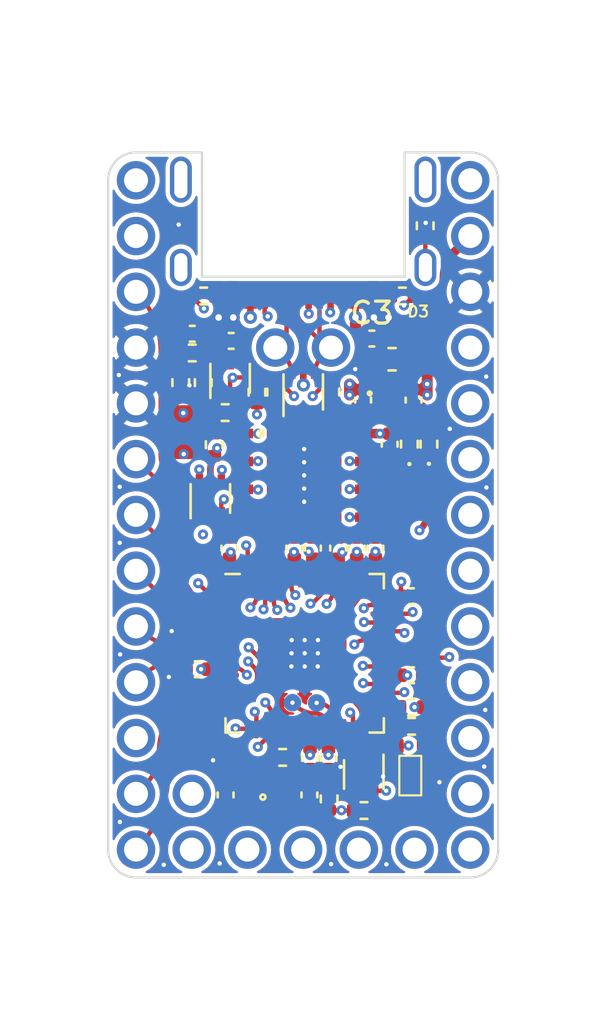
<source format=kicad_pcb>
(kicad_pcb (version 20211014) (generator pcbnew)
  (title_block (title "Helios") (date "2022-09-17") (rev "rev1.0") (company "0xCB") (comment 1 "Conor Burns"))
  (layers (0 "F.Cu" signal) (1 "In1.Cu" signal) (2 "In2.Cu" signal) (31 "B.Cu" signal) (34 "B.Paste" user) (35 "F.Paste" user) (36 "B.SilkS" user "B.Silkscreen") (37 "F.SilkS" user "F.Silkscreen") (38 "B.Mask" user) (39 "F.Mask" user) (44 "Edge.Cuts" user))
  (net 0 "")
  (net 1 "Net-(C1-Pad1)")
  (net 2 "GND")
  (net 3 "+5V")
  (net 4 "+3V3")
  (net 5 "Net-(C7-Pad2)")
  (net 6 "Net-(C8-Pad2)")
  (net 7 "+1V1")
  (net 8 "VBUS")
  (net 9 "Net-(FB1-Pad1)")
  (net 10 "Net-(J1-PadA5)")
  (net 11 "/PORT+")
  (net 12 "/PORT-")
  (net 14 "Net-(J1-PadB5)")
  (net 16 "/10")
  (net 17 "/0_TX0")
  (net 18 "/1_RX0")
  (net 19 "/2_SDA1")
  (net 20 "/3_SCL1")
  (net 21 "/4")
  (net 22 "/5")
  (net 23 "/6")
  (net 24 "/7")
  (net 25 "/8")
  (net 26 "/9")
  (net 27 "/12")
  (net 28 "/13")
  (net 29 "/14")
  (net 30 "/15")
  (net 31 "/16")
  (net 32 "/21_CS")
  (net 33 "/23_SDO")
  (net 34 "/20_SDI")
  (net 35 "/22_SCK")
  (net 36 "/A0")
  (net 37 "/A1")
  (net 38 "/A2")
  (net 39 "/A3")
  (net 40 "/RESET")
  (net 41 "/11")
  (net 42 "/RGB_5V")
  (net 43 "/BOOT")
  (net 44 "/RST")
  (net 45 "Net-(R5-Pad2)")
  (net 46 "/QSPI_CS")
  (net 47 "/USB+")
  (net 48 "/D+")
  (net 49 "/USB-")
  (net 50 "/D-")
  (net 51 "Net-(R14-Pad2)")
  (net 52 "/VBUS_DETECT")
  (net 53 "/SWD_CLK")
  (net 54 "/SWD_IO")
  (net 55 "Net-(D1-Pad1)")
  (net 58 "/RGB_DO")
  (net 59 "/QSPI_SD3")
  (net 60 "/QSPI_CLK")
  (net 61 "/QSPI_SD0")
  (net 62 "/QSPI_SD2")
  (net 63 "/QSPI_SD1")
  (net 64 "Net-(D1-Pad2)")
  (net 65 "Net-(D2-Pad1)")
  (net 66 "/LED")
  (net 67 "Net-(Q1-Pad5)")
  (net 68 "Net-(Q2-Pad6)")
  (net 69 "Net-(D3-Pad2)")
  (net 70 "/RAW")
  (footprint "Package_TO_SOT_SMD:SOT-563" (layer "F.Cu") (at 161.62 161.22 -90)
    (fp_text reference "Q1" hide)
    (fp_text value "2N7002VC-")
  )
  (footprint "Resistor_SMD:R_0402_1005Metric" (layer "F.Cu") (at 153.8 142.025 180)
    (fp_text reference "R5" hide)
    (fp_text value "51K")
  )
  (footprint "Resistor_SMD:R_0402_1005Metric" (layer "F.Cu") (at 160.04 162.33 90)
    (fp_text reference "R3" hide)
    (fp_text value "10k")
  )
  (footprint "Capacitor_SMD:C_0402_1005Metric" (layer "F.Cu") (at 161.99 141.37)
    (fp_text reference "C3")
    (fp_text value "10u")
  )
  (footprint "Package_TO_SOT_SMD:SOT-666" (layer "F.Cu") (at 158.86 143.8 90)
    (fp_text reference "U1" hide)
    (fp_text value "USBLC6-2P6")
  )
  (footprint "Capacitor_SMD:C_0402_1005Metric" (layer "F.Cu") (at 153.8 141.15 180)
    (fp_text reference "C1" hide)
    (fp_text value "4u7")
  )
  (footprint "Package_DFN_QFN:QFN-56-1EP_7x7mm_P0.4mm_EP3.2x3.2mm" (layer "F.Cu") (at 158.925 155.7)
    (fp_text reference "U4" hide)
    (fp_text value "RP2040")
  )
  (footprint "Package_TO_SOT_SMD:SOT-563" (layer "F.Cu") (at 155.525 143.175 90)
    (fp_text reference "Q2" hide)
    (fp_text value "2N7002VC-")
  )
  (footprint "Resistor_SMD:R_0402_1005Metric" (layer "F.Cu") (at 157.92 160.44)
    (fp_text reference "R14" hide)
    (fp_text value "1k")
  )
  (footprint "Capacitor_SMD:C_0402_1005Metric" (layer "F.Cu") (at 163.8 156.7)
    (fp_text reference "C12" hide)
    (fp_text value "100n")
  )
  (footprint "0xcb:SolderJumper-3_P1.3mm_Bridged12_RoundedPad1.0x1.5mm_NumberLabels" (layer "F.Cu") (at 164.49 140.4 180)
    (fp_text reference "JP2" hide)
    (fp_text value "Jumper_3_Bridged12")
  )
  (footprint "Capacitor_SMD:C_0402_1005Metric" (layer "F.Cu") (at 161.3 150.91 -90)
    (fp_text reference "C9" hide)
    (fp_text value "1u")
  )
  (footprint "Resistor_SMD:R_0402_1005Metric" (layer "F.Cu") (at 155.3 144.74)
    (fp_text reference "R9" hide)
    (fp_text value "1K")
  )
  (footprint "Jumper:SolderJumper-2_P1.3mm_Open_TrianglePad1.0x1.5mm" (layer "F.Cu") (at 153.39 145.63 -90)
    (fp_text reference "JP1" hide)
    (fp_text value "SolderJumper_2_Open")
  )
  (footprint "Capacitor_SMD:C_0402_1005Metric" (layer "F.Cu") (at 161.59 144.17 -90)
    (fp_text reference "C5" hide)
    (fp_text value "10u")
  )
  (footprint "Resistor_SMD:R_0402_1005Metric" (layer "F.Cu") (at 163.7 146.1775 90)
    (fp_text reference "R15" hide)
    (fp_text value "1k")
  )
  (footprint "Resistor_SMD:R_0402_1005Metric" (layer "F.Cu") (at 156.75 143.81 90)
    (fp_text reference "R2" hide)
    (fp_text value "10k")
  )
  (footprint "Resistor_SMD:R_0402_1005Metric" (layer "F.Cu") (at 163.8 159.025)
    (fp_text reference "R17" hide)
    (fp_text value "10k")
  )
  (footprint "0xcb:helios" (layer "F.Cu") (at 158.855 150.67)
    (fp_text reference "J2" hide)
    (fp_text value "helios-pinout")
    (fp_line (start 8.89 13.97) (end 8.89 -16.51) (layer "Edge.Cuts") (width 0.1))
    (fp_line (start -7.62 15.24) (end 7.62 15.24) (layer "Edge.Cuts") (width 0.1))
    (fp_line (start -8.89 -16.51) (end -8.89 13.97) (layer "Edge.Cuts") (width 0.1))
    (fp_arc (start -7.62 15.24) (mid -8.518026 14.868026) (end -8.89 13.97) (layer "Edge.Cuts") (width 0.1))
    (fp_arc (start 7.62 -17.78) (mid 8.518026 -17.408026) (end 8.89 -16.51) (layer "Edge.Cuts") (width 0.1))
    (fp_arc (start 8.89 13.97) (mid 8.518026 14.868026) (end 7.62 15.24) (layer "Edge.Cuts") (width 0.1))
    (fp_arc (start -8.89 -16.51) (mid -8.518026 -17.408026) (end -7.62 -17.78) (layer "Edge.Cuts") (width 0.1))
  )
  (footprint "Package_TO_SOT_SMD:SOT-563" (layer "F.Cu") (at 154.625 148.65 90)
    (fp_text reference "U5" hide)
    (fp_text value "74LVC1T45")
  )
  (footprint "kikit:Tab" (layer "F.Cu") (at 152.73 132.36 -90)
    (fp_text reference "REF**" hide)
    (fp_text value "Tab")
  )
  (footprint "Capacitor_SMD:C_0402_1005Metric" (layer "F.Cu") (at 155.49 150.91 90)
    (fp_text reference "C16" hide)
    (fp_text value "100n")
  )
  (footprint "kikit:Tab" (layer "F.Cu") (at 158.9 166.26 90)
    (fp_text reference "REF**" hide)
    (fp_text value "Tab")
  )
  (footprint "Capacitor_SMD:C_0402_1005Metric" (layer "F.Cu") (at 158.45 150.91 90)
    (fp_text reference "C17" hide)
    (fp_text value "100n")
  )
  (footprint "Resistor_SMD:R_0402_1005Metric" (layer "F.Cu") (at 164.59 146.1775 90)
    (fp_text reference "R10" hide)
    (fp_text value "1k")
  )
  (footprint "Diode_SMD:D_0402_1005Metric" (layer "F.Cu") (at 163.7 148.0075 -90)
    (fp_text reference "D2" hide)
    (fp_text value "User LED")
  )
  (footprint "Resistor_SMD:R_0402_1005Metric" (layer "F.Cu") (at 163.38 139.43)
    (fp_text reference "R7" hide)
    (fp_text value "5k1")
  )
  (footprint "Capacitor_SMD:C_0402_1005Metric" (layer "F.Cu") (at 160.01 160.49 -90)
    (fp_text reference "C19" hide)
    (fp_text value "100n")
  )
  (footprint "Resistor_SMD:R_0402_1005Metric" (layer "F.Cu") (at 163.8 158.15 180)
    (fp_text reference "R16" hide)
    (fp_text value "5k1")
  )
  (footprint "Capacitor_SMD:C_0402_1005Metric" (layer "F.Cu") (at 155.32 162.15 -90)
    (fp_text reference "C8" hide)
    (fp_text value "15p")
  )
  (footprint "kikit:Tab" (layer "F.Cu") (at 164.94 132.3 -90)
    (fp_text reference "REF**" hide)
    (fp_text value "Tab")
  )
  (footprint "0xcb:SOD882D" (layer "F.Cu") (at 164.1 141.39)
    (fp_text reference "D3")
    (fp_text value "PMEG2010BELD" hide)
  )
  (footprint "Resistor_SMD:R_0402_1005Metric" (layer "F.Cu") (at 160.12 143.8 90)
    (fp_text reference "R13" hide)
    (fp_text value "27R")
  )
  (footprint "Resistor_SMD:R_0402_1005Metric" (layer "F.Cu") (at 157.6 143.81 90)
    (fp_text reference "R12" hide)
    (fp_text value "27R")
  )
  (footprint "Crystal:Crystal_SMD_2520-4Pin_2.5x2.0mm" (layer "F.Cu") (at 157.22 162.15)
    (fp_text reference "Y1" hide)
    (fp_text value "12MHz")
  )
  (footprint "0xcb:W25Q128JVPIQ" (layer "F.Cu") (at 158.9 147.6)
    (fp_text reference "U3" hide)
    (fp_text value "W25Q128JVPIQ")
  )
  (footprint "Capacitor_SMD:C_0402_1005Metric" (layer "F.Cu") (at 160.45 150.91 -90)
    (fp_text reference "C10" hide)
    (fp_text value "1u")
  )
  (footprint "Diode_SMD:D_0402_1005Metric" (layer "F.Cu") (at 164.59 147.9975 -90)
    (fp_text reference "D1" hide)
    (fp_text value "Power LED")
  )
  (footprint "Capacitor_SMD:C_0402_1005Metric" (layer "F.Cu") (at 155.575 141.475)
    (fp_text reference "C2" hide)
    (fp_text value "10u")
  )
  (footprint "Resistor_SMD:R_0402_1005Metric" (layer "F.Cu") (at 161.63 162.86)
    (fp_text reference "R1" hide)
    (fp_text value "10k")
  )
  (footprint "Capacitor_SMD:C_0402_1005Metric" (layer "F.Cu") (at 162.15 150.91 90)
    (fp_text reference "C18" hide)
    (fp_text value "100n")
  )
  (footprint "0xcb:1.9x2.8mm SW" (layer "F.Cu") (at 163.74 161.27 -90)
    (fp_text reference "SW1" hide)
    (fp_text value "SWITCH")
  )
  (footprint "0xcb:X2SON-4" (layer "F.Cu") (at 162.74 144.165)
    (fp_text reference "U2" hide)
    (fp_text value "TLV75533PDQNR" hide)
  )
  (footprint "Capacitor_SMD:C_0402_1005Metric" (layer "F.Cu") (at 159.14 162.15 90)
    (fp_text reference "C7" hide)
    (fp_text value "15p")
  )
  (footprint "Capacitor_SMD:C_0402_1005Metric" (layer "F.Cu") (at 154.025 156.425 180)
    (fp_text reference "C15" hide)
    (fp_text value "100n")
  )
  (footprint "0xcb:GT-USB-7014C" (layer "F.Cu") (at 158.88 136.78 180)
    (fp_text reference "J1" hide)
    (fp_text value "USB_C_Receptacle_USB2.0")
  )
  (footprint "Capacitor_SMD:C_0402_1005Metric" (layer "F.Cu") (at 159.17 160.49 -90)
    (fp_text reference "C11" hide)
    (fp_text value "100n")
  )
  (footprint "Capacitor_SMD:C_0402_1005Metric" (layer "F.Cu") (at 163.79 153.1)
    (fp_text reference "C13" hide)
    (fp_text value "100n")
  )
  (footprint "Fuse:Fuse_0603_1608Metric" (layer "F.Cu") (at 162.91 142.31)
    (fp_text reference "F1" hide)
    (fp_text value "500mA")
  )
  (footprint "Resistor_SMD:R_0402_1005Metric" (layer "F.Cu") (at 154.8 146.2 90)
    (fp_text reference "R11" hide)
    (fp_text value "10k")
  )
  (footprint "Capacitor_SMD:C_0402_1005Metric" (layer "F.Cu") (at 162.8 146.18 -90)
    (fp_text reference "C6" hide)
    (fp_text value "100n")
  )
  (footprint "Resistor_SMD:R_0402_1005Metric" (layer "F.Cu") (at 154.32 139.43 180)
    (fp_text reference "R8" hide)
    (fp_text value "5k1")
  )
  (footprint "Resistor_SMD:R_0402_1005Metric" (layer "F.Cu") (at 153.275 143.375 -90)
    (fp_text reference "R6" hide)
    (fp_text value "51K")
  )
  (footprint "Capacitor_SMD:C_0402_1005Metric" (layer "F.Cu") (at 163.89 144.17 -90)
    (fp_text reference "C4" hide)
    (fp_text value "10u")
  )
  (footprint "Resistor_SMD:R_0402_1005Metric" (layer "F.Cu") (at 154.3 143.375 90)
    (fp_text reference "R4" hide)
    (fp_text value "51K")
  )
  (footprint "Capacitor_SMD:C_0402_1005Metric" (layer "F.Cu") (at 159.3 150.91 90)
    (fp_text reference "C14" hide)
    (fp_text value "100n")
  )
  (footprint "Resistor_SMD:R_0402_1005Metric" (layer "F.Cu") (at 164.42 136.23 90)
    (fp_text reference "FB1" hide)
    (fp_text value "600R")
  )
  (footprint "0xcb:TestPoint_Pad_D0.8mm" (layer "B.Cu") (at 158.37 157.95 180)
    (fp_text reference "TP1" hide)
    (fp_text value "CLK")
  )
  (footprint "0xcb:TestPoint_Pad_D0.8mm" (layer "B.Cu") (at 159.47 157.96 180)
    (fp_text reference "TP2" hide)
    (fp_text value "DIO")
  )
  (gr_line (start 154.24 132.89) (end 151.235 132.89) (layer "Edge.Cuts") (width 0.1))
  (gr_line (start 154.24 132.89) (end 154.24 138.55) (layer "Edge.Cuts") (width 0.1))
  (gr_line (start 154.24 138.55) (end 163.48 138.55) (layer "Edge.Cuts") (width 0.1))
  (gr_line (start 163.48 138.55) (end 163.48 132.89) (layer "Edge.Cuts") (width 0.1))
  (gr_line (start 163.48 132.89) (end 166.475 132.89) (layer "Edge.Cuts") (width 0.1))
  (segment (start 154.3 142.865) (end 154.3 142.035) (width 0.2) (layer "F.Cu") (net 1))
  (segment (start 155.157397 141.537397) (end 155.095 141.475) (width 0.2) (layer "F.Cu") (net 1))
  (segment (start 154.3 142.035) (end 154.31 142.025) (width 0.2) (layer "F.Cu") (net 1))
  (segment (start 154.31 142.025) (end 154.31 141.18) (width 0.2) (layer "F.Cu") (net 1))
  (segment (start 154.31 141.18) (end 154.28 141.15) (width 0.2) (layer "F.Cu") (net 1))
  (segment (start 154.28 141.15) (end 154.310354 141.15) (width 0.2) (layer "F.Cu") (net 1))
  (arc (start 154.310354 141.15) (mid 154.735012 141.23447) (end 155.095 141.475) (width 0.2) (layer "F.Cu") (net 1))
  (arc (start 155.157397 141.537397) (mid 155.429463 141.944573) (end 155.525 142.425) (width 0.2) (layer "F.Cu") (net 1))
  (segment (start 161.12 161.97) (end 161.12 161.645685) (width 0.2) (layer "F.Cu") (net 2))
  (segment (start 161.967158 161.112842) (end 162.002843 161.077157) (width 0.2) (layer "F.Cu") (net 2))
  (segment (start 161.59 144.65) (end 162.155 144.65) (width 0.5) (layer "F.Cu") (net 2))
  (segment (start 162.155 144.65) (end 162.305 144.5) (width 0.5) (layer "F.Cu") (net 2))
  (segment (start 161.237158 161.362842) (end 161.252843 161.347157) (width 0.2) (layer "F.Cu") (net 2))
  (segment (start 155.800476 150.119524) (end 155.49 150.43) (width 0.3) (layer "F.Cu") (net 2))
  (segment (start 157.896 156.729) (end 158.925 155.7) (width 0.2) (layer "F.Cu") (net 2))
  (segment (start 157.896 159.1085) (end 157.896 156.729) (width 0.2) (layer "F.Cu") (net 2))
  (segment (start 162.12 160.794315) (end 162.12 160.47) (width 0.2) (layer "F.Cu") (net 2))
  (segment (start 161.535685 161.23) (end 161.684315 161.23) (width 0.2) (layer "F.Cu") (net 2))
  (segment (start 157.925 159.1375) (end 157.896 159.1085) (width 0.2) (layer "F.Cu") (net 2))
  (segment (start 162.419142 144.5) (end 162.569571 144.349571) (width 0.5) (layer "F.Cu") (net 2))
  (segment (start 162.305 144.5) (end 162.419142 144.5) (width 0.5) (layer "F.Cu") (net 2))
  (via (at 160.13 165.3) (size 0.46) (drill 0.2) (layers "F.Cu" "B.Cu") (net 2))
  (via (at 150.45 143.03) (size 0.46) (drill 0.2) (layers "F.Cu" "B.Cu") (net 2))
  (via (at 167.16 158.28) (size 0.46) (drill 0.2) (layers "F.Cu" "B.Cu") (net 2))
  (via (at 155.67 140.41) (size 0.6) (drill 0.3) (layers "F.Cu" "B.Cu") (net 2))
  (via (at 167.11 160.86) (size 0.46) (drill 0.2) (layers "F.Cu" "B.Cu") (net 2))
  (via (at 158.32 156.3) (size 0.46) (drill 0.2) (layers "F.Cu" "B.Cu") (net 2))
  (via (at 152.73 156.78) (size 0.46) (drill 0.2) (layers "F.Cu" "B.Cu") (net 2))
  (via (at 164.44 136.1) (size 0.46) (drill 0.2) (layers "F.Cu" "B.Cu") (net 2))
  (via (at 155.05 165.27) (size 0.46) (drill 0.2) (layers "F.Cu" "B.Cu") (net 2))
  (via (at 152.5 165.33) (size 0.46) (drill 0.2) (layers "F.Cu" "B.Cu") (net 2))
  (via (at 165.54 145.48) (size 0.46) (drill 0.2) (layers "F.Cu" "B.Cu") (net 2))
  (via (at 150.49 150.67) (size 0.46) (drill 0.2) (layers "F.Cu" "B.Cu") (net 2))
  (via (at 158.9 147) (size 0.46) (drill 0.2) (layers "F.Cu" "B.Cu") (net 2))
  (via (at 162.5 161.31) (size 0.46) (drill 0.2) (layers "F.Cu" "B.Cu") (net 2))
  (via (at 152.86 154.69) (size 0.46) (drill 0.2) (layers "F.Cu" "B.Cu") (net 2))
  (via (at 153.18 136.18) (size 0.46) (drill 0.2) (layers "F.Cu" "B.Cu") (net 2))
  (via (at 158.9 146.4) (size 0.46) (drill 0.2) (layers "F.Cu" "B.Cu") (net 2))
  (via (at 162.65 165.31) (size 0.46) (drill 0.2) (layers "F.Cu" "B.Cu") (net 2))
  (via (at 162.75 140.41) (size 0.6) (drill 0.3) (layers "F.Cu" "B.Cu") (net 2))
  (via (at 158.9 147.6) (size 0.46) (drill 0.2) (layers "F.Cu" "B.Cu") (net 2))
  (via (at 159.53 155.1) (size 0.46) (drill 0.2) (layers "F.Cu" "B.Cu") (net 2))
  (via (at 158.9 148.8) (size 0.46) (drill 0.2) (layers "F.Cu" "B.Cu") (net 2))
  (via (at 158.9 148.2) (size 0.46) (drill 0.2) (layers "F.Cu" "B.Cu") (net 2))
  (via (at 155 140.41) (size 0.6) (drill 0.3) (layers "F.Cu" "B.Cu") (net 2))
  (via (at 150.51 155.75) (size 0.46) (drill 0.2) (layers "F.Cu" "B.Cu") (net 2))
  (via (at 158.925 156.3) (size 0.46) (drill 0.2) (layers "F.Cu" "B.Cu") (net 2))
  (via (at 153.67 143.5) (size 0.46) (drill 0.2) (layers "F.Cu" "B.Cu") (net 2))
  (via (at 158.33 155.1) (size 0.46) (drill 0.2) (layers "F.Cu" "B.Cu") (net 2))
  (via (at 150.49 148.12) (size 0.46) (drill 0.2) (layers "F.Cu" "B.Cu") (net 2))
  (via (at 167.2 143.1) (size 0.46) (drill 0.2) (layers "F.Cu" "B.Cu") (net 2))
  (via (at 159.525 155.7) (size 0.46) (drill 0.2) (layers "F.Cu" "B.Cu") (net 2))
  (via (at 159.52 156.3) (size 0.46) (drill 0.2) (layers "F.Cu" "B.Cu") (net 2))
  (via (at 160.56 160.87) (size 0.46) (drill 0.2) (layers "F.Cu" "B.Cu") (net 2))
  (via (at 158.925 155.7) (size 0.46) (drill 0.2) (layers "F.Cu" "B.Cu") (net 2))
  (via (at 165.07 161.57) (size 0.46) (drill 0.2) (layers "F.Cu" "B.Cu") (net 2))
  (via (at 150.5 163.38) (size 0.46) (drill 0.2) (layers "F.Cu" "B.Cu") (net 2))
  (via (at 162.08 140.41) (size 0.6) (drill 0.3) (layers "F.Cu" "B.Cu") (net 2))
  (via (at 167.21 148.15) (size 0.46) (drill 0.2) (layers "F.Cu" "B.Cu") (net 2))
  (via (at 158.325 155.7) (size 0.46) (drill 0.2) (layers "F.Cu" "B.Cu") (net 2))
  (via (at 158.925 155.1) (size 0.46) (drill 0.2) (layers "F.Cu" "B.Cu") (net 2))
  (via (at 161.23 142.76) (size 0.46) (drill 0.2) (layers "F.Cu" "B.Cu") (net 2))
  (via (at 154.75 160.57) (size 0.46) (drill 0.2) (layers "F.Cu" "B.Cu") (net 2))
  (arc (start 156.055 149.505) (mid 155.988851 149.837599) (end 155.800476 150.119524) (width 0.3) (layer "F.Cu") (net 2))
  (arc (start 161.967158 161.112842) (mid 161.837389 161.199551) (end 161.684315 161.23) (width 0.2) (layer "F.Cu") (net 2))
  (arc (start 161.252843 161.347157) (mid 161.382612 161.260448) (end 161.535685 161.23) (width 0.2) (layer "F.Cu") (net 2))
  (arc (start 162.002843 161.077157) (mid 162.089552 160.947388) (end 162.12 160.794315) (width 0.2) (layer "F.Cu") (net 2))
  (arc (start 161.237158 161.362842) (mid 161.150449 161.492611) (end 161.12 161.645685) (width 0.2) (layer "F.Cu") (net 2))
  (segment (start 163.279411 144.312746) (end 163.279411 144.017254) (width 0.2) (layer "F.Cu") (net 3))
  (segment (start 164.26 143.69) (end 164.51 143.44) (width 0.5) (layer "F.Cu") (net 3))
  (segment (start 163.175 144.5) (end 163.220833 144.454167) (width 0.2) (layer "F.Cu") (net 3))
  (segment (start 164.26 143.69) (end 164.51 143.94) (width 0.5) (layer "F.Cu") (net 3))
  (segment (start 158.86 143.47) (end 158.87 143.48) (width 0.3) (layer "F.Cu") (net 3))
  (segment (start 164.51 143.94) (end 164.51 143.44) (width 0.5) (layer "F.Cu") (net 3))
  (segment (start 158.86 142.875) (end 158.86 143.47) (width 0.3) (layer "F.Cu") (net 3))
  (segment (start 165.04 140.779997) (end 165.04 140.4) (width 0.4) (layer "F.Cu") (net 3))
  (segment (start 154.12 147.33) (end 154.125 147.335) (width 0.3) (layer "F.Cu") (net 3))
  (segment (start 163.256421 143.748579) (end 163.207193 143.797807) (width 0.5) (layer "F.Cu") (net 3))
  (segment (start 164.51 143.44) (end 164.51 141.31) (width 0.5) (layer "F.Cu") (net 3))
  (segment (start 164.5 141.32) (end 164.5 141.39) (width 0.5) (layer "F.Cu") (net 3))
  (segment (start 163.220832 143.875832) (end 163.175 143.83) (width 0.2) (layer "F.Cu") (net 3))
  (segment (start 164.51 141.31) (end 164.5 141.32) (width 0.5) (layer "F.Cu") (net 3))
  (segment (start 163.89 143.69) (end 163.397887 143.69) (width 0.5) (layer "F.Cu") (net 3))
  (segment (start 163.89 143.69) (end 164.26 143.69) (width 0.5) (layer "F.Cu") (net 3))
  (segment (start 154.125 147.335) (end 154.125 147.9) (width 0.3) (layer "F.Cu") (net 3))
  (via (at 158.87 143.48) (size 0.6) (drill 0.3) (layers "F.Cu" "B.Cu") (net 3))
  (via (at 164.51 143.44) (size 0.46) (drill 0.2) (layers "F.Cu" "B.Cu") (net 3))
  (via (at 164.51 143.94) (size 0.46) (drill 0.2) (layers "F.Cu" "B.Cu") (net 3))
  (via (at 154.12 147.33) (size 0.46) (drill 0.2) (layers "F.Cu" "B.Cu") (net 3))
  (arc (start 163.279411 144.017254) (mid 163.264187 143.940717) (end 163.220832 143.875832) (width 0.2) (layer "F.Cu") (net 3))
  (arc (start 163.279411 144.312746) (mid 163.264187 144.389282) (end 163.220833 144.454167) (width 0.2) (layer "F.Cu") (net 3))
  (arc (start 165.04 140.779997) (mid 164.884766 141.154766) (end 164.51 141.31) (width 0.4) (layer "F.Cu") (net 3))
  (arc (start 163.256421 143.748579) (mid 163.321324 143.705226) (end 163.397887 143.69) (width 0.5) (layer "F.Cu") (net 3))
  (segment (start 163.32 156.7) (end 162.3375 156.7) (width 0.2) (layer "F.Cu") (net 4))
  (segment (start 161.699999 151.840001) (end 162.15 151.39) (width 0.2) (layer "F.Cu") (net 4))
  (segment (start 163.32 156.7) (end 163.6 156.7) (width 0.2) (layer "F.Cu") (net 4))
  (segment (start 159.3 151.26) (end 159.11 151.07) (width 0.2) (layer "F.Cu") (net 4))
  (segment (start 162.223579 143.748579) (end 162.272807 143.797807) (width 0.5) (layer "F.Cu") (net 4))
  (segment (start 154.8 146.887282) (end 154.745179 146.942103) (width 0.3) (layer "F.Cu") (net 4))
  (segment (start 154.8 146.71) (end 154.8 146.887282) (width 0.3) (layer "F.Cu") (net 4))
  (segment (start 155.4875 153.1) (end 155.4875 151.3925) (width 0.2) (layer "F.Cu") (net 4))
  (segment (start 161.183579 151.506421) (end 161.3 151.39) (width 0.2) (layer "F.Cu") (net 4))
  (segment (start 154.505 156.425) (end 154.2 156.425) (width 0.2) (layer "F.Cu") (net 4))
  (segment (start 163.31 152.46) (end 163.31 153.1) (width 0.2) (layer "F.Cu") (net 4))
  (segment (start 161.59 143.69) (end 162.082157 143.69) (width 0.5) (layer "F.Cu") (net 4))
  (segment (start 163.33 152.44) (end 163.31 152.46) (width 0.2) (layer "F.Cu") (net 4))
  (segment (start 156.75 144.32) (end 156.75 144.825) (width 0.2) (layer "F.Cu") (net 4))
  (segment (start 154.125 149.4) (end 154.125 149.208794) (width 0.3) (layer "F.Cu") (net 4))
  (segment (start 162.8 145.7) (end 162.36 145.7) (width 0.2) (layer "F.Cu") (net 4))
  (segment (start 160.05 162.85) (end 160.04 162.84) (width 0.2) (layer "F.Cu") (net 4))
  (segment (start 155.49 151.16) (end 155.49 151.39) (width 0.2) (layer "F.Cu") (net 4))
  (segment (start 162.15 151.39) (end 162.15 151.07) (width 0.2) (layer "F.Cu") (net 4))
  (segment (start 161.3 151.39) (end 161.3 151.08) (width 0.2) (layer "F.Cu") (net 4))
  (segment (start 159.17 160.01) (end 159.17 160.33) (width 0.2) (layer "F.Cu") (net 4))
  (segment (start 154.34336 148.68164) (end 154.356317 148.668683) (width 0.3) (layer "F.Cu") (net 4))
  (segment (start 161.745 145.695) (end 162.355 145.695) (width 0.2) (layer "F.Cu") (net 4))
  (segment (start 161.22 143.69) (end 160.97 143.44) (width 0.5) (layer "F.Cu") (net 4))
  (segment (start 161.59 143.69) (end 161.22 143.69) (width 0.5) (layer "F.Cu") (net 4))
  (segment (start 154.94 146.57) (end 154.94 146.36) (width 0.2) (layer "F.Cu") (net 4))
  (segment (start 159.125 159.965) (end 159.17 160.01) (width 0.2) (layer "F.Cu") (net 4))
  (segment (start 162.355 145.695) (end 162.36 145.7) (width 0.2) (layer "F.Cu") (net 4))
  (segment (start 162.3375 153.1) (end 163.31 153.1) (width 0.2) (layer "F.Cu") (net 4))
  (segment (start 159.525 152.2625) (end 159.525 151.933127) (width 0.2) (layer "F.Cu") (net 4))
  (segment (start 160.61 162.86) (end 161.12 162.86) (width 0.2) (layer "F.Cu") (net 4))
  (segment (start 155.4875 156.7) (end 155.168778 156.7) (width 0.2) (layer "F.Cu") (net 4))
  (segment (start 159.125 159.1375) (end 159.125 159.965) (width 0.2) (layer "F.Cu") (net 4))
  (segment (start 160.6 162.85) (end 160.05 162.85) (width 0.2) (layer "F.Cu") (net 4))
  (segment (start 154.8 146.71) (end 154.94 146.57) (width 0.2) (layer "F.Cu") (net 4))
  (segment (start 160.6 162.85) (end 160.61 162.86) (width 0.2) (layer "F.Cu") (net 4))
  (segment (start 161.125 152.2625) (end 161.125 151.647843) (width 0.2) (layer "F.Cu") (net 4))
  (segment (start 154.625 148.020026) (end 154.625 147.9) (width 0.3) (layer "F.Cu") (net 4))
  (segment (start 155.4875 151.3925) (end 155.49 151.39) (width 0.2) (layer "F.Cu") (net 4))
  (segment (start 154.625 147.306471) (end 154.625 147.9) (width 0.3) (layer "F.Cu") (net 4))
  (segment (start 160.97 143.44) (end 160.97 143.94) (width 0.5) (layer "F.Cu") (net 4))
  (segment (start 159.125 152.2625) (end 159.125 151.812491) (width 0.2) (layer "F.Cu") (net 4))
  (segment (start 161.22 143.69) (end 160.97 143.94) (width 0.5) (layer "F.Cu") (net 4))
  (segment (start 159.3 151.39) (end 159.3 151.26) (width 0.2) (layer "F.Cu") (net 4))
  (segment (start 155.55 151.1) (end 155.49 151.16) (width 0.2) (layer "F.Cu") (net 4))
  (via (at 162.36 145.7) (size 0.46) (drill 0.2) (layers "F.Cu" "B.Cu") (net 4))
  (via (at 153.39 144.76) (size 0.46) (drill 0.2) (layers "F.Cu" "B.Cu") (net 4))
  (via (at 160.97 143.44) (size 0.46) (drill 0.2) (layers "F.Cu" "B.Cu") (net 4))
  (via (at 155.55 151.1) (size 0.46) (drill 0.2) (layers "F.Cu" "B.Cu") (net 4))
  (via (at 161.3 151.08) (size 0.46) (drill 0.2) (layers "F.Cu" "B.Cu") (net 4))
  (via (at 156.75 144.825) (size 0.46) (drill 0.2) (layers "F.Cu" "B.Cu") (net 4))
  (via (at 154.94 146.36) (size 0.46) (drill 0.2) (layers "F.Cu" "B.Cu") (net 4))
  (via (at 159.11 151.07) (size 0.46) (drill 0.2) (layers "F.Cu" "B.Cu") (net 4))
  (via (at 160.97 143.94) (size 0.46) (drill 0.2) (layers "F.Cu" "B.Cu") (net 4))
  (via (at 154.29 150.29) (size 0.46) (drill 0.2) (layers "F.Cu" "B.Cu") (net 4))
  (via (at 154.2 156.425) (size 0.46) (drill 0.2) (layers "F.Cu" "B.Cu") (net 4))
  (via (at 159.17 160.33) (size 0.46) (drill 0.2) (layers "F.Cu" "B.Cu") (net 4))
  (via (at 163.33 152.44) (size 0.46) (drill 0.2) (layers "F.Cu" "B.Cu") (net 4))
  (via (at 160.6 162.85) (size 0.46) (drill 0.2) (layers "F.Cu" "B.Cu") (net 4))
  (via (at 163.6 156.7) (size 0.46) (drill 0.2) (layers "F.Cu" "B.Cu") (net 4))
  (via (at 162.15 151.07) (size 0.46) (drill 0.2) (layers "F.Cu" "B.Cu") (net 4))
  (arc (start 161.125 151.647843) (mid 161.140224 151.571306) (end 161.183579 151.506421) (width 0.2) (layer "F.Cu") (net 4))
  (arc (start 154.505 156.425) (mid 154.809593 156.628553) (end 155.168778 156.7) (width 0.2) (layer "F.Cu") (net 4))
  (arc (start 159.125 151.812491) (mid 159.170482 151.58384) (end 159.3 151.39) (width 0.2) (layer "F.Cu") (net 4))
  (arc (start 162.223579 143.748579) (mid 162.158694 143.705224) (end 162.082157 143.69) (width 0.5) (layer "F.Cu") (net 4))
  (arc (start 154.745179 146.942103) (mid 154.656588 147.11521) (end 154.625 147.306471) (width 0.3) (layer "F.Cu") (net 4))
  (arc (start 154.125 149.208794) (mid 154.18175 148.923499) (end 154.34336 148.68164) (width 0.3) (layer "F.Cu") (net 4))
  (arc (start 154.625 148.020026) (mid 154.555172 148.371077) (end 154.356317 148.668683) (width 0.3) (layer "F.Cu") (net 4))
  (arc (start 159.3 151.39) (mid 159.466536 151.639215) (end 159.525 151.933127) (width 0.2) (layer "F.Cu") (net 4))
  (arc (start 161.525 152.2625) (mid 161.570481 152.033838) (end 161.699999 151.840001) (width 0.2) (layer "F.Cu") (net 4))
  (segment (start 157.92 160.35566) (end 157.92 161.067893) (width 0.2) (layer "F.Cu") (net 5))
  (segment (start 158.066447 161.421447) (end 158.095 161.45) (width 0.2) (layer "F.Cu") (net 5))
  (segment (start 159.14 161.67) (end 158.315 161.67) (width 0.2) (layer "F.Cu") (net 5))
  (segment (start 158.325 159.1375) (end 158.325 159.377893) (width 0.2) (layer "F.Cu") (net 5))
  (segment (start 158.315 161.67) (end 158.095 161.45) (width 0.2) (layer "F.Cu") (net 5))
  (arc (start 158.325 159.377893) (mid 158.28694 159.569235) (end 158.178553 159.731447) (width 0.2) (layer "F.Cu") (net 5))
  (arc (start 157.92 160.35566) (mid 157.987198 160.017836) (end 158.178553 159.731447) (width 0.2) (layer "F.Cu") (net 5))
  (arc (start 157.92 161.067893) (mid 157.95806 161.259235) (end 158.066447 161.421447) (width 0.2) (layer "F.Cu") (net 5))
  (segment (start 156.42 162.85) (end 156.860717 162.409283) (width 0.2) (layer "F.Cu") (net 6))
  (segment (start 156.125 162.63) (end 156.345 162.85) (width 0.2) (layer "F.Cu") (net 6))
  (segment (start 156.345 162.85) (end 156.42 162.85) (width 0.2) (layer "F.Cu") (net 6))
  (segment (start 157.24 161.493612) (end 157.24 160.817107) (width 0.2) (layer "F.Cu") (net 6))
  (segment (start 157.386447 160.463553) (end 157.41 160.44) (width 0.2) (layer "F.Cu") (net 6))
  (segment (start 155.32 162.63) (end 156.125 162.63) (width 0.2) (layer "F.Cu") (net 6))
  (arc (start 156.860717 162.409283) (mid 157.141428 161.98917) (end 157.24 161.493612) (width 0.2) (layer "F.Cu") (net 6))
  (arc (start 157.386447 160.463553) (mid 157.27806 160.625765) (end 157.24 160.817107) (width 0.2) (layer "F.Cu") (net 6))
  (segment (start 160.01 160.01) (end 160.006447 160.01) (width 0.2) (layer "F.Cu") (net 7))
  (segment (start 158.45 151.1) (end 158.44 151.09) (width 0.2) (layer "F.Cu") (net 7))
  (segment (start 160.45 151.29) (end 160.64 151.1) (width 0.2) (layer "F.Cu") (net 7))
  (segment (start 160.45 151.39) (end 160.45 151.29) (width 0.2) (layer "F.Cu") (net 7))
  (segment (start 160.725 152.2625) (end 160.725 152.053883) (width 0.2) (layer "F.Cu") (net 7))
  (segment (start 160.006447 160.01) (end 159.525 159.528553) (width 0.2) (layer "F.Cu") (net 7))
  (segment (start 159.525 159.528553) (end 159.525 159.1375) (width 0.2) (layer "F.Cu") (net 7))
  (segment (start 160.01 160.01) (end 160.01 160.33) (width 0.2) (layer "F.Cu") (net 7))
  (segment (start 158.725 152.2625) (end 158.725 152.053808) (width 0.2) (layer "F.Cu") (net 7))
  (segment (start 158.45 151.39) (end 158.45 151.1) (width 0.2) (layer "F.Cu") (net 7))
  (via (at 158.44 151.09) (size 0.46) (drill 0.2) (layers "F.Cu" "B.Cu") (net 7))
  (via (at 160.01 160.33) (size 0.46) (drill 0.2) (layers "F.Cu" "B.Cu") (net 7))
  (via (at 160.64 151.1) (size 0.46) (drill 0.2) (layers "F.Cu" "B.Cu") (net 7))
  (arc (start 158.45 151.39) (mid 158.653547 151.694596) (end 158.725 152.053808) (width 0.2) (layer "F.Cu") (net 7))
  (arc (start 160.725 152.053883) (mid 160.653535 151.694603) (end 160.45 151.39) (width 0.2) (layer "F.Cu") (net 7))
  (segment (start 163.579144 140.559815) (end 163.241137 140.897822) (width 0.4) (layer "F.Cu") (net 8))
  (segment (start 161.24 140.4) (end 161.25 140.39) (width 0.3) (layer "F.Cu") (net 8))
  (segment (start 156.45 140.4) (end 156.45 139.4275) (width 0.3) (layer "F.Cu") (net 8))
  (segment (start 161.25 140.39) (end 161.25 139.4275) (width 0.3) (layer "F.Cu") (net 8))
  (segment (start 162.364613 142.31) (end 162.1225 142.31) (width 0.4) (layer "F.Cu") (net 8))
  (segment (start 161.24 140.718194) (end 161.24 140.4) (width 0.5) (layer "F.Cu") (net 8))
  (segment (start 161.822843 142.010343) (end 162.1225 142.31) (width 0.5) (layer "F.Cu") (net 8))
  (segment (start 163.93 158.15) (end 164.31 158.15) (width 0.2) (layer "F.Cu") (net 8))
  (segment (start 162.910267 141.88861) (end 162.576745 142.222132) (width 0.4) (layer "F.Cu") (net 8))
  (segment (start 163.09 141.262699) (end 163.09 141.454697) (width 0.4) (layer "F.Cu") (net 8))
  (segment (start 161.531597 141.391597) (end 161.531597 141.401613) (width 0.5) (layer "F.Cu") (net 8))
  (segment (start 161.51 141.37) (end 161.531597 141.391597) (width 0.5) (layer "F.Cu") (net 8))
  (via (at 163.93 158.15) (size 0.46) (drill 0.2) (layers "F.Cu" "B.Cu") (net 8))
  (via (at 161.24 140.4) (size 0.6) (drill 0.3) (layers "F.Cu" "B.Cu") (net 8))
  (via (at 156.45 140.4) (size 0.6) (drill 0.3) (layers "F.Cu" "B.Cu") (net 8))
  (arc (start 162.364613 142.31) (mid 162.479418 142.287164) (end 162.576745 142.222132) (width 0.4) (layer "F.Cu") (net 8))
  (arc (start 163.579144 140.559815) (mid 163.756163 140.441535) (end 163.965 140.4) (width 0.4) (layer "F.Cu") (net 8))
  (arc (start 163.09 141.454697) (mid 163.043289 141.689529) (end 162.910267 141.88861) (width 0.4) (layer "F.Cu") (net 8))
  (arc (start 161.24 140.718194) (mid 161.310165 141.070937) (end 161.51 141.37) (width 0.5) (layer "F.Cu") (net 8))
  (arc (start 161.531597 141.401613) (mid 161.625988 141.73081) (end 161.822843 142.010343) (width 0.5) (layer "F.Cu") (net 8))
  (arc (start 163.241137 140.897822) (mid 163.129279 141.065229) (end 163.09 141.262699) (width 0.4) (layer "F.Cu") (net 8))
  (segment (start 164.425 136.745) (end 164.425 138.1275) (width 0.2) (layer "F.Cu") (net 9))
  (segment (start 164.42 136.74) (end 164.425 136.745) (width 0.2) (layer "F.Cu") (net 9))
  (segment (start 160.1 140.17) (end 160.09 140.18) (width 0.2) (layer "F.Cu") (net 10))
  (segment (start 160.1 139.4275) (end 160.1 140.17) (width 0.2) (layer "F.Cu") (net 10))
  (segment (start 163.45 139.86) (end 163.46 139.86) (width 0.2) (layer "F.Cu") (net 10))
  (segment (start 163.46 139.86) (end 163.89 139.43) (width 0.2) (layer "F.Cu") (net 10))
  (via (at 163.45 139.86) (size 0.46) (drill 0.2) (layers "F.Cu" "B.Cu") (net 10))
  (via (at 160.09 140.18) (size 0.46) (drill 0.2) (layers "F.Cu" "B.Cu") (net 10))
  (segment (start 159.1 140.23) (end 159.1 139.4275) (width 0.2) (layer "F.Cu") (net 11))
  (segment (start 158.1 141.265) (end 157.585 141.78) (width 0.2) (layer "F.Cu") (net 11))
  (segment (start 158.3225 142.95) (end 158.3225 142.931714) (width 0.2) (layer "F.Cu") (net 11))
  (segment (start 159.11 140.24) (end 159.1 140.23) (width 0.2) (layer "F.Cu") (net 11))
  (segment (start 158.029625 142.224625) (end 157.585 141.78) (width 0.2) (layer "F.Cu") (net 11))
  (segment (start 158.1 139.4275) (end 158.1 141.265) (width 0.2) (layer "F.Cu") (net 11))
  (via (at 159.11 140.24) (size 0.46) (drill 0.2) (layers "F.Cu" "B.Cu") (net 11))
  (arc (start 158.029625 142.224625) (mid 158.246388 142.549036) (end 158.3225 142.931714) (width 0.2) (layer "F.Cu") (net 11))
  (segment (start 159.690319 142.214681) (end 160.125 141.78) (width 0.2) (layer "F.Cu") (net 12))
  (segment (start 159.6 141.255) (end 160.125 141.78) (width 0.2) (layer "F.Cu") (net 12))
  (segment (start 159.6 139.4275) (end 159.6 141.255) (width 0.2) (layer "F.Cu") (net 12))
  (segment (start 158.6 139.4275) (end 158.6 140.232893) (width 0.2) (layer "F.Cu") (net 12))
  (segment (start 159.94 141.78) (end 160.125 141.78) (width 0.2) (layer "F.Cu") (net 12))
  (segment (start 159.3975 142.95) (end 159.3975 142.921714) (width 0.2) (layer "F.Cu") (net 12))
  (segment (start 158.746447 140.586447) (end 159.94 141.78) (width 0.2) (layer "F.Cu") (net 12))
  (arc (start 158.6 140.232893) (mid 158.63806 140.424235) (end 158.746447 140.586447) (width 0.2) (layer "F.Cu") (net 12))
  (arc (start 159.3975 142.921714) (mid 159.473598 142.539027) (end 159.690319 142.214681) (width 0.2) (layer "F.Cu") (net 12))
  (segment (start 153.81 139.48) (end 153.81 139.43) (width 0.2) (layer "F.Cu") (net 14))
  (segment (start 154.33 140) (end 153.81 139.48) (width 0.2) (layer "F.Cu") (net 14))
  (segment (start 157.24 140.36) (end 157.1 140.22) (width 0.2) (layer "F.Cu") (net 14))
  (segment (start 157.1 140.22) (end 157.1 139.4275) (width 0.2) (layer "F.Cu") (net 14))
  (via (at 154.33 140) (size 0.46) (drill 0.2) (layers "F.Cu" "B.Cu") (net 14))
  (via (at 157.24 140.36) (size 0.46) (drill 0.2) (layers "F.Cu" "B.Cu") (net 14))
  (segment (start 156.565966 157.212587) (end 155.996941 157.781612) (width 0.2) (layer "F.Cu") (net 16))
  (segment (start 156.35 156.07) (end 156.586896 156.306896) (width 0.2) (layer "F.Cu") (net 16))
  (segment (start 155.711126 157.9) (end 155.4875 157.9) (width 0.2) (layer "F.Cu") (net 16))
  (via (at 156.35 156.07) (size 0.46) (drill 0.2) (layers "F.Cu" "B.Cu") (net 16))
  (arc (start 155.996941 157.781612) (mid 155.865808 157.869232) (end 155.711126 157.9) (width 0.2) (layer "F.Cu") (net 16))
  (arc (start 156.586896 156.306896) (mid 156.717982 156.503086) (end 156.764004 156.734508) (width 0.2) (layer "F.Cu") (net 16))
  (arc (start 156.565966 157.212587) (mid 156.712528 156.993248) (end 156.764004 156.734508) (width 0.2) (layer "F.Cu") (net 16))
  (segment (start 155.4875 153.5) (end 155.436784 153.5) (width 0.2) (layer "F.Cu") (net 17))
  (segment (start 154.07 152.51) (end 154.793575 153.233575) (width 0.2) (layer "F.Cu") (net 17))
  (via (at 154.07 152.51) (size 0.46) (drill 0.2) (layers "F.Cu" "B.Cu") (net 17))
  (arc (start 154.793575 153.233575) (mid 155.088682 153.430759) (end 155.436784 153.5) (width 0.2) (layer "F.Cu") (net 17))
  (segment (start 152.792087 147.702087) (end 152.875786 147.785786) (width 0.2) (layer "F.Cu") (net 18))
  (segment (start 154.022071 153.222071) (end 154.143138 153.343138) (width 0.2) (layer "F.Cu") (net 18))
  (segment (start 153.25 148.689218) (end 153.25 151.358126) (width 0.2) (layer "F.Cu") (net 18))
  (segment (start 152.36 141.95602) (end 152.36 146.658936) (width 0.2) (layer "F.Cu") (net 18))
  (arc (start 153.25 148.689218) (mid 153.152745 148.200284) (end 152.875786 147.785786) (width 0.2) (layer "F.Cu") (net 18))
  (arc (start 153.25 151.358126) (mid 153.450655 152.366886) (end 154.022071 153.222071) (width 0.2) (layer "F.Cu") (net 18))
  (arc (start 152.792087 147.702087) (mid 152.472296 147.223485) (end 152.36 146.658936) (width 0.2) (layer "F.Cu") (net 18))
  (arc (start 152.36 141.95602) (mid 152.067616 140.486108) (end 151.235 139.24) (width 0.2) (layer "F.Cu") (net 18))
  (arc (start 155.4875 153.9) (mid 154.759946 153.755276) (end 154.143138 153.343138) (width 0.2) (layer "F.Cu") (net 18))
  (segment (start 153.79348 153.49348) (end 153.972505 153.672505) (width 0.2) (layer "F.Cu") (net 19))
  (segment (start 151.235 146.86) (end 152.37187 147.99687) (width 0.2) (layer "F.Cu") (net 19))
  (segment (start 152.85 149.151179) (end 152.85 151.215718) (width 0.2) (layer "F.Cu") (net 19))
  (arc (start 152.85 149.151179) (mid 152.725738 148.526472) (end 152.37187 147.99687) (width 0.2) (layer "F.Cu") (net 19))
  (arc (start 153.972505 153.672505) (mid 154.66755 154.136919) (end 155.4875 154.3) (width 0.2) (layer "F.Cu") (net 19))
  (arc (start 152.85 151.215718) (mid 153.095202 152.448434) (end 153.79348 153.49348) (width 0.2) (layer "F.Cu") (net 19))
  (segment (start 152.072018 150.237018) (end 151.235 149.4) (width 0.2) (layer "F.Cu") (net 20))
  (segment (start 153.827363 154.012363) (end 153.500308 153.685308) (width 0.2) (layer "F.Cu") (net 20))
  (arc (start 152.43 151.101354) (mid 152.708164 152.49978) (end 153.500308 153.685308) (width 0.2) (layer "F.Cu") (net 20))
  (arc (start 152.072018 150.237018) (mid 152.336963 150.633536) (end 152.43 151.101354) (width 0.2) (layer "F.Cu") (net 20))
  (arc (start 155.4875 154.7) (mid 154.589024 154.521289) (end 153.827363 154.012363) (width 0.2) (layer "F.Cu") (net 20))
  (segment (start 153.622518 154.327518) (end 151.235 151.94) (width 0.2) (layer "F.Cu") (net 21))
  (arc (start 153.622518 154.327518) (mid 154.478158 154.899238) (end 155.4875 155.1) (width 0.2) (layer "F.Cu") (net 21))
  (segment (start 155.4875 155.5) (end 153.697432 155.5) (width 0.2) (layer "F.Cu") (net 22))
  (arc (start 151.235 154.48) (mid 152.364798 155.234922) (end 153.697432 155.5) (width 0.2) (layer "F.Cu") (net 22))
  (segment (start 155.4875 155.9) (end 153.646599 155.9) (width 0.2) (layer "F.Cu") (net 23))
  (segment (start 151.235 157.02) (end 151.441647 156.813345) (width 0.2) (layer "F.Cu") (net 23))
  (arc (start 153.646599 155.9) (mid 152.453283 156.137371) (end 151.441647 156.813345) (width 0.2) (layer "F.Cu") (net 23))
  (segment (start 155.4875 156.3) (end 155.520396 156.3) (width 0.2) (layer "F.Cu") (net 24))
  (segment (start 156.185492 156.575492) (end 156.29 156.68) (width 0.2) (layer "F.Cu") (net 24))
  (via (at 156.29 156.68) (size 0.46) (drill 0.2) (layers "F.Cu" "B.Cu") (net 24))
  (arc (start 155.520396 156.3) (mid 155.880343 156.371598) (end 156.185492 156.575492) (width 0.2) (layer "F.Cu") (net 24))
  (segment (start 155.4875 157.1) (end 155.103588 157.1) (width 0.2) (layer "F.Cu") (net 25))
  (segment (start 153.239285 157.910715) (end 153.305002 157.844998) (width 0.2) (layer "F.Cu") (net 25))
  (segment (start 151.235 162.1) (end 151.694214 161.640786) (width 0.2) (layer "F.Cu") (net 25))
  (arc (start 155.103588 157.1) (mid 154.1302 157.293619) (end 153.305002 157.844998) (width 0.2) (layer "F.Cu") (net 25))
  (arc (start 151.694214 161.640786) (mid 152.127759 160.99194) (end 152.28 160.226573) (width 0.2) (layer "F.Cu") (net 25))
  (arc (start 152.28 160.226573) (mid 152.52931 158.973267) (end 153.239285 157.910715) (width 0.2) (layer "F.Cu") (net 25))
  (segment (start 152.72 160.282123) (end 152.72 161.054909) (width 0.2) (layer "F.Cu") (net 26))
  (segment (start 155.4875 157.5) (end 155.127518 157.5) (width 0.2) (layer "F.Cu") (net 26))
  (arc (start 152.72 160.282123) (mid 152.951942 159.116072) (end 153.612431 158.127569) (width 0.2) (layer "F.Cu") (net 26))
  (arc (start 155.127518 157.5) (mid 154.307559 157.6631) (end 153.612431 158.127569) (width 0.2) (layer "F.Cu") (net 26))
  (arc (start 151.235 164.64) (mid 152.334064 162.99514) (end 152.72 161.054909) (width 0.2) (layer "F.Cu") (net 26))
  (segment (start 155.7875 159.1375) (end 155.775 159.125) (width 0.2) (layer "F.Cu") (net 27))
  (segment (start 156.325 159.1375) (end 155.7875 159.1375) (width 0.2) (layer "F.Cu") (net 27))
  (via (at 155.775 159.125) (size 0.46) (drill 0.2) (layers "F.Cu" "B.Cu") (net 27))
  (segment (start 156.725 159.1375) (end 156.725 158.435) (width 0.2) (layer "F.Cu") (net 28))
  (segment (start 156.725 158.435) (end 156.65 158.36) (width 0.2) (layer "F.Cu") (net 28))
  (via (at 156.65 158.36) (size 0.46) (drill 0.2) (layers "F.Cu" "B.Cu") (net 28))
  (segment (start 156.79 159.96) (end 157.125 159.625) (width 0.2) (layer "F.Cu") (net 29))
  (segment (start 157.125 159.625) (end 157.125 159.1375) (width 0.2) (layer "F.Cu") (net 29))
  (via (at 156.79 159.96) (size 0.46) (drill 0.2) (layers "F.Cu" "B.Cu") (net 29))
  (segment (start 157.525 158.893541) (end 157.525 159.1375) (width 0.2) (layer "F.Cu") (net 30))
  (via (at 157.13 157.94) (size 0.46) (drill 0.2) (layers "F.Cu" "B.Cu") (net 30))
  (arc (start 157.13 157.94) (mid 157.422356 158.377516) (end 157.525 158.893541) (width 0.2) (layer "F.Cu") (net 30))
  (segment (start 161.125 159.1375) (end 161.125 158.525) (width 0.2) (layer "F.Cu") (net 31))
  (segment (start 161.125 158.525) (end 161 158.4) (width 0.2) (layer "F.Cu") (net 31))
  (via (at 161 158.4) (size 0.46) (drill 0.2) (layers "F.Cu" "B.Cu") (net 31))
  (segment (start 161.59 157.06) (end 161.63 157.1) (width 0.2) (layer "F.Cu") (net 32))
  (segment (start 161.63 157.1) (end 162.3625 157.1) (width 0.2) (layer "F.Cu") (net 32))
  (via (at 161.59 157.06) (size 0.46) (drill 0.2) (layers "F.Cu" "B.Cu") (net 32))
  (segment (start 162.3625 155.9) (end 165.49 155.9) (width 0.2) (layer "F.Cu") (net 33))
  (segment (start 165.49 155.9) (end 165.52 155.87) (width 0.2) (layer "F.Cu") (net 33))
  (via (at 165.52 155.87) (size 0.46) (drill 0.2) (layers "F.Cu" "B.Cu") (net 33))
  (segment (start 163.44 157.5) (end 163.47 157.47) (width 0.2) (layer "F.Cu") (net 34))
  (segment (start 162.3625 157.5) (end 163.44 157.5) (width 0.2) (layer "F.Cu") (net 34))
  (via (at 163.47 157.47) (size 0.46) (drill 0.2) (layers "F.Cu" "B.Cu") (net 34))
  (segment (start 162.3625 156.3) (end 161.61 156.3) (width 0.2) (layer "F.Cu") (net 35))
  (segment (start 161.61 156.3) (end 161.58 156.27) (width 0.2) (layer "F.Cu") (net 35))
  (via (at 161.58 156.27) (size 0.46) (drill 0.2) (layers "F.Cu" "B.Cu") (net 35))
  (segment (start 163.4 154.7) (end 162.3625 154.7) (width 0.2) (layer "F.Cu") (net 36))
  (segment (start 163.475 154.775) (end 163.4 154.7) (width 0.2) (layer "F.Cu") (net 36))
  (via (at 163.475 154.775) (size 0.46) (drill 0.2) (layers "F.Cu" "B.Cu") (net 36))
  (segment (start 161.63 154.28) (end 161.65 154.3) (width 0.2) (layer "F.Cu") (net 37))
  (segment (start 161.65 154.3) (end 162.3625 154.3) (width 0.2) (layer "F.Cu") (net 37))
  (via (at 161.63 154.28) (size 0.46) (drill 0.2) (layers "F.Cu" "B.Cu") (net 37))
  (segment (start 163.77 153.9) (end 162.3625 153.9) (width 0.2) (layer "F.Cu") (net 38))
  (segment (start 163.85 153.82) (end 163.77 153.9) (width 0.2) (layer "F.Cu") (net 38))
  (via (at 163.85 153.82) (size 0.46) (drill 0.2) (layers "F.Cu" "B.Cu") (net 38))
  (segment (start 161.623553 153.646447) (end 161.62 153.65) (width 0.2) (layer "F.Cu") (net 39))
  (segment (start 162.3625 153.5) (end 161.977081 153.5) (width 0.2) (layer "F.Cu") (net 39))
  (via (at 161.62 153.65) (size 0.46) (drill 0.2) (layers "F.Cu" "B.Cu") (net 39))
  (arc (start 161.977081 153.5) (mid 161.785763 153.538055) (end 161.623553 153.646447) (width 0.2) (layer "F.Cu") (net 39))
  (segment (start 163.165 162.62) (end 163.165 159.92) (width 0.2) (layer "F.Cu") (net 40))
  (segment (start 163.64 159.92) (end 163.66 159.9) (width 0.2) (layer "F.Cu") (net 40))
  (segment (start 162.14 162.86) (end 162.925 162.86) (width 0.2) (layer "F.Cu") (net 40))
  (segment (start 162.925 162.86) (end 163.165 162.62) (width 0.2) (layer "F.Cu") (net 40))
  (segment (start 161.62 160.47) (end 161.62 160.238392) (width 0.2) (layer "F.Cu") (net 40))
  (segment (start 163.165 159.92) (end 161.938392 159.92) (width 0.2) (layer "F.Cu") (net 40))
  (segment (start 163.165 159.92) (end 163.64 159.92) (width 0.2) (layer "F.Cu") (net 40))
  (via (at 163.66 159.9) (size 0.46) (drill 0.2) (layers "F.Cu" "B.Cu") (net 40))
  (arc (start 161.62 160.238392) (mid 161.713255 160.013255) (end 161.938392 159.92) (width 0.2) (layer "F.Cu") (net 40))
  (segment (start 157.064 156.713693) (end 157.064 156.71471) (width 0.2) (layer "F.Cu") (net 41))
  (segment (start 157.064 156.713693) (end 157.064 156.615311) (width 0.2) (layer "F.Cu") (net 41))
  (segment (start 155.4875 158.3) (end 155.50687 158.3) (width 0.2) (layer "F.Cu") (net 41))
  (segment (start 156.709277 155.758939) (end 156.380338 155.43) (width 0.2) (layer "F.Cu") (net 41))
  (segment (start 156.380338 155.43) (end 156.37 155.43) (width 0.2) (layer "F.Cu") (net 41))
  (segment (start 155.50687 158.3) (end 155.572674 158.300002) (width 0.2) (layer "F.Cu") (net 41))
  (segment (start 157.064 156.71471) (end 157.064 156.746558) (width 0.2) (layer "F.Cu") (net 41))
  (segment (start 156.136243 158.066574) (end 156.786624 157.416193) (width 0.2) (layer "F.Cu") (net 41))
  (via (at 156.37 155.43) (size 0.46) (drill 0.2) (layers "F.Cu" "B.Cu") (net 41))
  (arc (start 156.136243 158.066574) (mid 155.877675 158.23934) (end 155.572674 158.300002) (width 0.2) (layer "F.Cu") (net 41))
  (arc (start 157.064 156.615311) (mid 156.971809 156.151846) (end 156.709277 155.758939) (width 0.2) (layer "F.Cu") (net 41))
  (arc (start 156.786624 157.416193) (mid 156.99191 157.108962) (end 157.064 156.746558) (width 0.2) (layer "F.Cu") (net 41))
  (segment (start 155.125 147.9) (end 155.125 147.375) (width 0.2) (layer "F.Cu") (net 42))
  (segment (start 155.125 147.375) (end 155.15 147.35) (width 0.2) (layer "F.Cu") (net 42))
  (via (at 155.15 147.35) (size 0.46) (drill 0.2) (layers "F.Cu" "B.Cu") (net 42))
  (segment (start 156.025 143.925) (end 156.025 144.221007) (width 0.2) (layer "F.Cu") (net 43))
  (arc (start 156.025 144.221007) (mid 155.969135 144.50186) (end 155.81 144.74) (width 0.2) (layer "F.Cu") (net 43))
  (segment (start 160.725 159.1375) (end 160.725 159.516455) (width 0.2) (layer "F.Cu") (net 44))
  (segment (start 160.397496 161.702842) (end 161.002843 161.097495) (width 0.2) (layer "F.Cu") (net 44))
  (segment (start 160.04 161.82) (end 160.114653 161.82) (width 0.2) (layer "F.Cu") (net 44))
  (segment (start 161.12 160.814653) (end 161.12 160.47) (width 0.2) (layer "F.Cu") (net 44))
  (arc (start 160.114653 161.82) (mid 160.267727 161.789552) (end 160.397496 161.702842) (width 0.2) (layer "F.Cu") (net 44))
  (arc (start 161.12 160.47) (mid 160.827645 160.032484) (end 160.725 159.516455) (width 0.2) (layer "F.Cu") (net 44))
  (arc (start 161.12 160.814653) (mid 161.089552 160.967726) (end 161.002843 161.097495) (width 0.2) (layer "F.Cu") (net 44))
  (segment (start 153.29 142.85) (end 153.275 142.865) (width 0.2) (layer "F.Cu") (net 45))
  (segment (start 153.29 142.025) (end 153.29 142.85) (width 0.2) (layer "F.Cu") (net 45))
  (segment (start 156.05 145.69) (end 156.055 145.695) (width 0.2) (layer "F.Cu") (net 46))
  (segment (start 156.055 145.695) (end 156.795 145.695) (width 0.2) (layer "F.Cu") (net 46))
  (segment (start 156.26 150.79) (end 156.325 150.855) (width 0.2) (layer "F.Cu") (net 46))
  (segment (start 156.325 150.855) (end 156.325 152.2375) (width 0.2) (layer "F.Cu") (net 46))
  (segment (start 154.8 145.69) (end 154.8 144.75) (width 0.2) (layer "F.Cu") (net 46))
  (segment (start 154.8 144.75) (end 154.79 144.74) (width 0.2) (layer "F.Cu") (net 46))
  (segment (start 156.795 145.695) (end 156.8 145.7) (width 0.2) (layer "F.Cu") (net 46))
  (segment (start 154.8 145.69) (end 156.05 145.69) (width 0.2) (layer "F.Cu") (net 46))
  (via (at 156.8 145.7) (size 0.46) (drill 0.2) (layers "F.Cu" "B.Cu") (net 46))
  (via (at 156.26 150.79) (size 0.46) (drill 0.2) (layers "F.Cu" "B.Cu") (net 46))
  (segment (start 157.652416 144.372416) (end 157.6 144.32) (width 0.2) (layer "F.Cu") (net 47))
  (arc (start 158.3225 144.65) (mid 157.959883 144.577858) (end 157.652416 144.372416) (width 0.2) (layer "F.Cu") (net 47))
  (segment (start 159.264662 153.44) (end 159.559339 153.145323) (width 0.2) (layer "F.Cu") (net 48))
  (segment (start 157.75 143.3) (end 158.44 143.99) (width 0.2) (layer "F.Cu") (net 48))
  (segment (start 159.19 153.44) (end 159.264662 153.44) (width 0.2) (layer "F.Cu") (net 48))
  (segment (start 157.6 143.3) (end 157.75 143.3) (width 0.2) (layer "F.Cu") (net 48))
  (via (at 159.19 153.44) (size 0.46) (drill 0.2) (layers "F.Cu" "B.Cu") (net 48))
  (via (at 158.44 143.99) (size 0.46) (drill 0.2) (layers "F.Cu" "B.Cu") (net 48))
  (arc (start 159.559339 153.145323) (mid 159.829968 152.740298) (end 159.925 152.2625) (width 0.2) (layer "F.Cu") (net 48))
  (segment (start 160.050472 144.379528) (end 160.12 144.31) (width 0.2) (layer "F.Cu") (net 49))
  (arc (start 159.3975 144.65) (mid 159.750884 144.579707) (end 160.050472 144.379528) (width 0.2) (layer "F.Cu") (net 49))
  (segment (start 159.99 143.29) (end 159.29 143.99) (width 0.2) (layer "F.Cu") (net 50))
  (segment (start 160.12 143.29) (end 159.99 143.29) (width 0.2) (layer "F.Cu") (net 50))
  (segment (start 160.325 152.484428) (end 160.325 152.2625) (width 0.2) (layer "F.Cu") (net 50))
  (via (at 159.29 143.99) (size 0.46) (drill 0.2) (layers "F.Cu" "B.Cu") (net 50))
  (via (at 159.925 153.45) (size 0.46) (drill 0.2) (layers "F.Cu" "B.Cu") (net 50))
  (arc (start 159.925 153.45) (mid 160.221063 153.006949) (end 160.325 152.484428) (width 0.2) (layer "F.Cu") (net 50))
  (segment (start 158.578553 159.755711) (end 158.576446 159.757818) (width 0.2) (layer "F.Cu") (net 51))
  (segment (start 158.43 160.111371) (end 158.43 160.44) (width 0.2) (layer "F.Cu") (net 51))
  (segment (start 158.725 159.1375) (end 158.725 159.402157) (width 0.2) (layer "F.Cu") (net 51))
  (arc (start 158.576446 159.757818) (mid 158.46806 159.92003) (end 158.43 160.111371) (width 0.2) (layer "F.Cu") (net 51))
  (arc (start 158.578553 159.755711) (mid 158.68694 159.593499) (end 158.725 159.402157) (width 0.2) (layer "F.Cu") (net 51))
  (segment (start 163.29 159.025) (end 163.29 158.15) (width 0.3) (layer "F.Cu") (net 52))
  (segment (start 162.3375 157.9) (end 162.686522 157.9) (width 0.2) (layer "F.Cu") (net 52))
  (arc (start 163.29 158.15) (mid 163.013093 157.964959) (end 162.686522 157.9) (width 0.2) (layer "F.Cu") (net 52))
  (segment (start 158.46047 158.04047) (end 158.37 157.95) (width 0.2) (layer "F.Cu") (net 53))
  (segment (start 159.925 159.1375) (end 159.925 158.94) (width 0.2) (layer "F.Cu") (net 53))
  (via (at 158.37 157.95) (size 0.46) (drill 0.2) (layers "F.Cu" "B.Cu") (net 53))
  (arc (start 159.425 158.44) (mid 159.778553 158.586447) (end 159.925 158.94) (width 0.2) (layer "F.Cu") (net 53))
  (arc (start 159.425 158.44) (mid 158.90301 158.336165) (end 158.46047 158.04047) (width 0.2) (layer "F.Cu") (net 53))
  (segment (start 160.325 159.1375) (end 160.325 158.814996) (width 0.2) (layer "F.Cu") (net 54))
  (via (at 159.47 157.96) (size 0.46) (drill 0.2) (layers "F.Cu" "B.Cu") (net 54))
  (arc (start 159.47 157.96) (mid 160.074577 158.210423) (end 160.325 158.814996) (width 0.2) (layer "F.Cu") (net 54))
  (segment (start 164.59 147.5125) (end 164.59 146.6875) (width 0.2) (layer "F.Cu") (net 55))
  (segment (start 161.672845 155.1) (end 162.3625 155.1) (width 0.2) (layer "F.Cu") (net 58))
  (segment (start 155.125 149.4) (end 155.125 148.805) (width 0.2) (layer "F.Cu") (net 58))
  (segment (start 155.125 148.805) (end 155.24 148.69) (width 0.2) (layer "F.Cu") (net 58))
  (via (at 155.24 148.69) (size 0.46) (drill 0.2) (layers "F.Cu" "B.Cu") (net 58))
  (via (at 161.19 155.3) (size 0.46) (drill 0.2) (layers "F.Cu" "B.Cu") (net 58))
  (arc (start 161.19 155.3) (mid 161.411531 155.151978) (end 161.672845 155.1) (width 0.2) (layer "F.Cu") (net 58))
  (segment (start 160.975 146.95) (end 160.99 146.965) (width 0.2) (layer "F.Cu") (net 59))
  (segment (start 158.471447 153.021447) (end 158.5 153.05) (width 0.2) (layer "F.Cu") (net 59))
  (segment (start 160.99 146.965) (end 161.745 146.965) (width 0.2) (layer "F.Cu") (net 59))
  (segment (start 158.325 152.2625) (end 158.325 152.66784) (width 0.2) (layer "F.Cu") (net 59))
  (via (at 160.975 146.95) (size 0.46) (drill 0.2) (layers "F.Cu" "B.Cu") (net 59))
  (via (at 158.5 153.05) (size 0.46) (drill 0.2) (layers "F.Cu" "B.Cu") (net 59))
  (arc (start 158.325 152.66784) (mid 158.36307 152.85923) (end 158.471447 153.021447) (width 0.2) (layer "F.Cu") (net 59))
  (segment (start 157.925 152.2625) (end 157.925 152.779977) (width 0.2) (layer "F.Cu") (net 60))
  (segment (start 160.975 148.225) (end 160.985 148.235) (width 0.2) (layer "F.Cu") (net 60))
  (segment (start 160.985 148.235) (end 161.745 148.235) (width 0.2) (layer "F.Cu") (net 60))
  (via (at 160.975 148.225) (size 0.46) (drill 0.2) (layers "F.Cu" "B.Cu") (net 60))
  (via (at 158.275 153.625) (size 0.46) (drill 0.2) (layers "F.Cu" "B.Cu") (net 60))
  (arc (start 157.925 152.779977) (mid 158.015971 153.237319) (end 158.275 153.625) (width 0.2) (layer "F.Cu") (net 60))
  (segment (start 157.671447 153.721447) (end 157.675 153.725) (width 0.2) (layer "F.Cu") (net 61))
  (segment (start 160.98 149.505) (end 160.975 149.5) (width 0.2) (layer "F.Cu") (net 61))
  (segment (start 157.525 152.2625) (end 157.525 153.367898) (width 0.2) (layer "F.Cu") (net 61))
  (segment (start 161.745 149.505) (end 160.98 149.505) (width 0.2) (layer "F.Cu") (net 61))
  (via (at 157.675 153.725) (size 0.46) (drill 0.2) (layers "F.Cu" "B.Cu") (net 61))
  (via (at 160.975 149.5) (size 0.46) (drill 0.2) (layers "F.Cu" "B.Cu") (net 61))
  (arc (start 157.671447 153.721447) (mid 157.56306 153.559234) (end 157.525 153.367898) (width 0.2) (layer "F.Cu") (net 61))
  (segment (start 157.125 153.625) (end 157.05 153.7) (width 0.2) (layer "F.Cu") (net 62))
  (segment (start 157.125 152.2625) (end 157.125 153.625) (width 0.2) (layer "F.Cu") (net 62))
  (segment (start 156.785 148.235) (end 156.8 148.25) (width 0.2) (layer "F.Cu") (net 62))
  (segment (start 156.055 148.235) (end 156.785 148.235) (width 0.2) (layer "F.Cu") (net 62))
  (via (at 157.05 153.7) (size 0.46) (drill 0.2) (layers "F.Cu" "B.Cu") (net 62))
  (via (at 156.8 148.25) (size 0.46) (drill 0.2) (layers "F.Cu" "B.Cu") (net 62))
  (segment (start 156.578553 153.486138) (end 156.45 153.614691) (width 0.2) (layer "F.Cu") (net 63))
  (segment (start 156.055 146.965) (end 156.785 146.965) (width 0.2) (layer "F.Cu") (net 63))
  (segment (start 156.785 146.965) (end 156.8 146.95) (width 0.2) (layer "F.Cu") (net 63))
  (segment (start 156.725 152.2625) (end 156.725 153.132584) (width 0.2) (layer "F.Cu") (net 63))
  (via (at 156.8 146.95) (size 0.46) (drill 0.2) (layers "F.Cu" "B.Cu") (net 63))
  (via (at 156.45 153.614691) (size 0.46) (drill 0.2) (layers "F.Cu" "B.Cu") (net 63))
  (arc (start 156.725 153.132584) (mid 156.68694 153.323926) (end 156.578553 153.486138) (width 0.2) (layer "F.Cu") (net 63))
  (segment (start 153.41 146.375) (end 153.39 146.355) (width 0.2) (layer "F.Cu") (net 64))
  (segment (start 153.41 146.63) (end 153.41 146.375) (width 0.2) (layer "F.Cu") (net 64))
  (segment (start 164.59 149.061928) (end 164.59 148.4825) (width 0.3) (layer "F.Cu") (net 64))
  (via (at 153.41 146.63) (size 0.46) (drill 0.2) (layers "F.Cu" "B.Cu") (net 64))
  (via (at 164.16 150.1) (size 0.46) (drill 0.2) (layers "F.Cu" "B.Cu") (net 64))
  (arc (start 164.59 149.061928) (mid 164.478254 149.623713) (end 164.16 150.1) (width 0.3) (layer "F.Cu") (net 64))
  (segment (start 163.7 147.5225) (end 163.7 146.6875) (width 0.2) (layer "F.Cu") (net 65))
  (segment (start 162.012868 152.565685) (end 161.49608 153.082473) (width 0.2) (layer "F.Cu") (net 66))
  (segment (start 160.73 154.931954) (end 160.73 156.630858) (width 0.2) (layer "F.Cu") (net 66))
  (segment (start 161.525 158.550116) (end 161.525 159.1375) (width 0.2) (layer "F.Cu") (net 66))
  (arc (start 161.49608 153.082473) (mid 160.929098 153.931022) (end 160.73 154.931954) (width 0.2) (layer "F.Cu") (net 66))
  (arc (start 162.012868 152.565685) (mid 163.261548 150.696887) (end 163.7 148.4925) (width 0.2) (layer "F.Cu") (net 66))
  (arc (start 160.73 156.630858) (mid 160.88231 157.396572) (end 161.316066 158.045728) (width 0.2) (layer "F.Cu") (net 66))
  (arc (start 161.316066 158.045728) (mid 161.470716 158.277182) (end 161.525 158.550116) (width 0.2) (layer "F.Cu") (net 66))
  (segment (start 155.64 143.15) (end 155.65 143.14) (width 0.2) (layer "F.Cu") (net 67))
  (segment (start 155.025 143.925) (end 155.525 143.925) (width 0.2) (layer "F.Cu") (net 67))
  (segment (start 162.64 161.96) (end 162.13 161.96) (width 0.2) (layer "F.Cu") (net 67))
  (segment (start 155.525 143.265) (end 155.525 143.925) (width 0.2) (layer "F.Cu") (net 67))
  (segment (start 155.65 143.14) (end 156.59 143.14) (width 0.2) (layer "F.Cu") (net 67))
  (segment (start 162.13 161.96) (end 162.12 161.97) (width 0.2) (layer "F.Cu") (net 67))
  (segment (start 155.64 143.15) (end 155.525 143.265) (width 0.2) (layer "F.Cu") (net 67))
  (segment (start 161.62 161.97) (end 162.12 161.97) (width 0.2) (layer "F.Cu") (net 67))
  (segment (start 156.59 143.14) (end 156.75 143.3) (width 0.2) (layer "F.Cu") (net 67))
  (via (at 162.64 161.96) (size 0.46) (drill 0.2) (layers "F.Cu" "B.Cu") (net 67))
  (via (at 155.64 143.15) (size 0.46) (drill 0.2) (layers "F.Cu" "B.Cu") (net 67))
  (segment (start 154.614823 143.415177) (end 154.3 143.73) (width 0.2) (layer "F.Cu") (net 68))
  (segment (start 154.3 143.73) (end 154.3 143.885) (width 0.2) (layer "F.Cu") (net 68))
  (arc (start 154.614823 143.415177) (mid 154.918398 142.960845) (end 155.025 142.425) (width 0.2) (layer "F.Cu") (net 68))
  (segment (start 163.7 141.39) (end 163.7 142.3075) (width 0.5) (layer "F.Cu") (net 69))
  (segment (start 163.7 142.3075) (end 163.6975 142.31) (width 0.5) (layer "F.Cu") (net 69))
  (segment (start 164.49 140.4) (end 164.49 140.067602) (width 0.4) (layer "F.Cu") (net 70))
  (segment (start 164.958677 139.341323) (end 164.907188 139.392812) (width 0.4) (layer "F.Cu") (net 70))
  (segment (start 164.907188 139.392812) (end 164.672143 139.627863) (width 0.4) (layer "F.Cu") (net 70))
  (segment (start 166.475 136.7) (end 165.754175 137.420825) (width 0.4) (layer "F.Cu") (net 70))
  (arc (start 164.49 140.067602) (mid 164.537337 139.829617) (end 164.672143 139.627863) (width 0.4) (layer "F.Cu") (net 70))
  (arc (start 165.28 138.56558) (mid 165.403234 137.946044) (end 165.754175 137.420825) (width 0.4) (layer "F.Cu") (net 70))
  (arc (start 165.28 138.56558) (mid 165.196491 138.985409) (end 164.958677 139.341323) (width 0.4) (layer "F.Cu") (net 70))
  (zone (net 2) (net_name "GND") (layers F&B.Cu) (connect_pads (clearance 0.2)) (min_thickness 0.1) (fill yes (thermal_gap 0.2) (thermal_bridge_width 0.5) (island_removal_mode 2) (island_area_min 1))
    (polygon (pts (xy 146.69 128.7) (xy 171.19 128.7) (xy 171.19 168.2) (xy 146.69 168.2)))
  )
  (zone (net 2) (net_name "GND") (layer "F.Cu") (name "LDO LOOP") (priority 1) (connect_pads yes (clearance 0.01)) (min_thickness 0.0254) (fill yes (thermal_gap 0.01) (thermal_bridge_width 0.508))
    (polygon (pts (xy 164.44 144.17) (xy 164.45 145.17) (xy 161.06 145.17) (xy 161.06 144.17)))
  )
)
</source>
